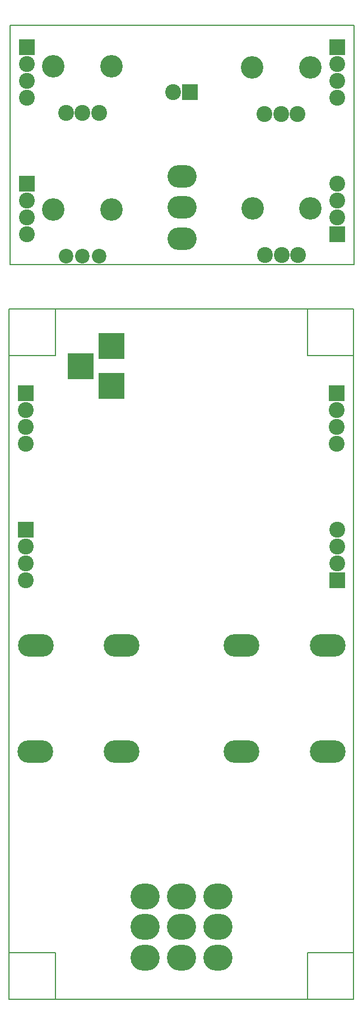
<source format=gbr>
G04 #@! TF.FileFunction,Soldermask,Bot*
%FSLAX46Y46*%
G04 Gerber Fmt 4.6, Leading zero omitted, Abs format (unit mm)*
G04 Created by KiCad (PCBNEW 4.0.7) date 01/23/18 15:00:53*
%MOMM*%
%LPD*%
G01*
G04 APERTURE LIST*
%ADD10C,0.100000*%
%ADD11C,0.150000*%
%ADD12R,2.400000X2.400000*%
%ADD13C,2.400000*%
%ADD14R,3.900000X3.900000*%
%ADD15O,4.400000X3.900000*%
%ADD16C,3.400000*%
%ADD17O,5.400000X3.400000*%
%ADD18O,4.400000X3.400000*%
%ADD19C,2.200000*%
G04 APERTURE END LIST*
D10*
D11*
X77927200Y-187782200D02*
X77927200Y-187502800D01*
X78435200Y-187782200D02*
X77317600Y-187782200D01*
X123069200Y-40955000D02*
X122713600Y-40955000D01*
X123069200Y-77023000D02*
X123069200Y-40955000D01*
X122688200Y-77023000D02*
X123069200Y-77023000D01*
X71050000Y-40955000D02*
X122866000Y-40955000D01*
X71050000Y-77023000D02*
X71050000Y-40955000D01*
X71050000Y-77023000D02*
X122866000Y-77023000D01*
X116027200Y-180797200D02*
X123012200Y-180797200D01*
X116027200Y-187782200D02*
X116027200Y-180797200D01*
X77927200Y-180797200D02*
X70942200Y-180797200D01*
X77927200Y-187782200D02*
X77927200Y-180797200D01*
X77927200Y-90754200D02*
X70942200Y-90754200D01*
X77927200Y-83769200D02*
X77927200Y-90754200D01*
X116027200Y-90754200D02*
X116027200Y-83769200D01*
X123012200Y-90754200D02*
X116027200Y-90754200D01*
X123012200Y-83769200D02*
X70942200Y-83769200D01*
X123012200Y-187782200D02*
X123012200Y-83769200D01*
X70942200Y-187782200D02*
X123012200Y-187782200D01*
X70942200Y-83769200D02*
X70942200Y-187782200D01*
D12*
X98278800Y-51089600D03*
D13*
X95738800Y-51089600D03*
D14*
X86423500Y-95377000D03*
X86423500Y-89377000D03*
X81723500Y-92377000D03*
D15*
X91502600Y-172311000D03*
X97002600Y-172311000D03*
X102502600Y-172311000D03*
X91502600Y-176911000D03*
X97002600Y-176911000D03*
X102502600Y-176911000D03*
X91502600Y-181511000D03*
X97002600Y-181511000D03*
X102502600Y-181511000D03*
D12*
X73583800Y-64846200D03*
D13*
X73583800Y-67386200D03*
X73583800Y-69926200D03*
X73583800Y-72466200D03*
D12*
X73583800Y-44323000D03*
D13*
X73583800Y-46863000D03*
X73583800Y-49403000D03*
X73583800Y-51943000D03*
D12*
X120548400Y-72491600D03*
D13*
X120548400Y-69951600D03*
X120548400Y-67411600D03*
X120548400Y-64871600D03*
D12*
X120523000Y-44323000D03*
D13*
X120523000Y-46863000D03*
X120523000Y-49403000D03*
X120523000Y-51943000D03*
D12*
X73456800Y-116992400D03*
D13*
X73456800Y-119532400D03*
X73456800Y-122072400D03*
X73456800Y-124612400D03*
D12*
X73469500Y-96456500D03*
D13*
X73469500Y-98996500D03*
X73469500Y-101536500D03*
X73469500Y-104076500D03*
D12*
X120497600Y-124612400D03*
D13*
X120497600Y-122072400D03*
X120497600Y-119532400D03*
X120497600Y-116992400D03*
D12*
X120446800Y-96469200D03*
D13*
X120446800Y-99009200D03*
X120446800Y-101549200D03*
X120446800Y-104089200D03*
X79531200Y-54203600D03*
X82031200Y-54203600D03*
X84531200Y-54203600D03*
D16*
X77631200Y-47203600D03*
X86431200Y-47203600D03*
D13*
X109604800Y-75590400D03*
X112104800Y-75590400D03*
X114604800Y-75590400D03*
D16*
X107704800Y-68590400D03*
X116504800Y-68590400D03*
D13*
X109554000Y-54330600D03*
X112054000Y-54330600D03*
X114554000Y-54330600D03*
D16*
X107654000Y-47330600D03*
X116454000Y-47330600D03*
D17*
X87919700Y-134455900D03*
X87919700Y-150455900D03*
X74919700Y-150455900D03*
X74942700Y-134455900D03*
X106072800Y-150468600D03*
X106072800Y-134468600D03*
X119072800Y-134468600D03*
X119049800Y-150468600D03*
D18*
X97059600Y-68463200D03*
X97059600Y-73163200D03*
X97059600Y-63763200D03*
D19*
X79531200Y-75768200D03*
X82031200Y-75768200D03*
X84531200Y-75768200D03*
D16*
X77631200Y-68768200D03*
X86431200Y-68768200D03*
M02*

</source>
